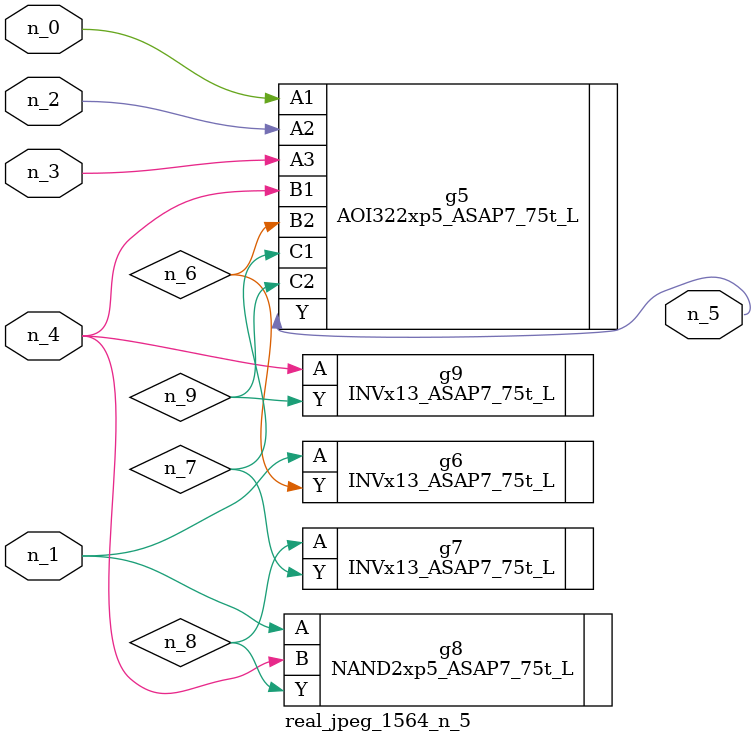
<source format=v>
module real_jpeg_1564_n_5 (n_4, n_0, n_1, n_2, n_3, n_5);

input n_4;
input n_0;
input n_1;
input n_2;
input n_3;

output n_5;

wire n_8;
wire n_6;
wire n_7;
wire n_9;

AOI322xp5_ASAP7_75t_L g5 ( 
.A1(n_0),
.A2(n_2),
.A3(n_3),
.B1(n_4),
.B2(n_6),
.C1(n_7),
.C2(n_9),
.Y(n_5)
);

INVx13_ASAP7_75t_L g6 ( 
.A(n_1),
.Y(n_6)
);

NAND2xp5_ASAP7_75t_L g8 ( 
.A(n_1),
.B(n_4),
.Y(n_8)
);

INVx13_ASAP7_75t_L g9 ( 
.A(n_4),
.Y(n_9)
);

INVx13_ASAP7_75t_L g7 ( 
.A(n_8),
.Y(n_7)
);


endmodule
</source>
